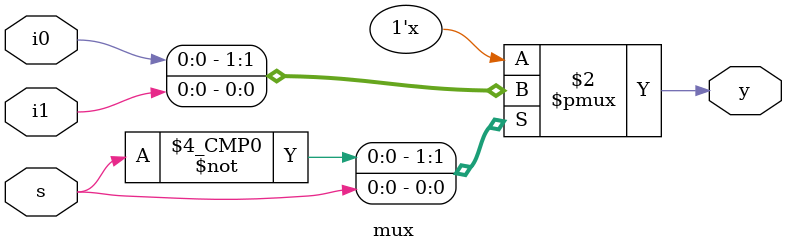
<source format=v>
`timescale 1ns / 1ps
module dlatch(d,clk,out);
input d,clk;
inout out;
mux m1(.i0(out),.i1(d),.s(clk),.y(out));
endmodule
module mux(i0,i1,s,y);
input i0,i1;
input s;
output reg y;
always @ (s)
begin
case(s)
1'b0:y=i0;
1'b1:y=i1;
endcase
end
endmodule
</source>
